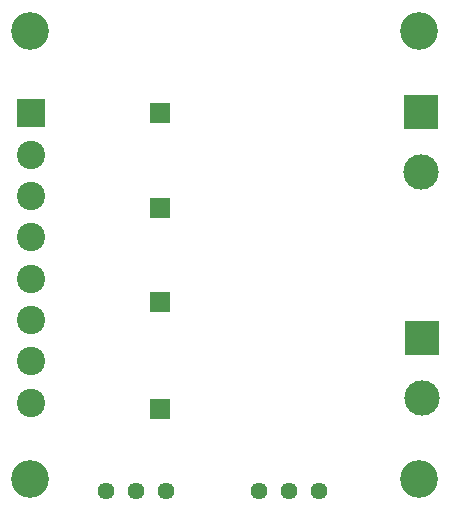
<source format=gbr>
%TF.GenerationSoftware,KiCad,Pcbnew,7.0.7*%
%TF.CreationDate,2024-02-09T14:01:24-05:00*%
%TF.ProjectId,DRV8873H_single_breakout,44525638-3837-4334-985f-73696e676c65,rev?*%
%TF.SameCoordinates,Original*%
%TF.FileFunction,Soldermask,Bot*%
%TF.FilePolarity,Negative*%
%FSLAX46Y46*%
G04 Gerber Fmt 4.6, Leading zero omitted, Abs format (unit mm)*
G04 Created by KiCad (PCBNEW 7.0.7) date 2024-02-09 14:01:24*
%MOMM*%
%LPD*%
G01*
G04 APERTURE LIST*
%ADD10C,3.200000*%
%ADD11C,1.440000*%
%ADD12R,1.700000X1.700000*%
%ADD13R,2.400000X2.400000*%
%ADD14C,2.400000*%
%ADD15R,3.000000X3.000000*%
%ADD16C,3.000000*%
G04 APERTURE END LIST*
D10*
%TO.C,H4*%
X157000000Y-127000000D03*
%TD*%
%TO.C,H3*%
X124000000Y-127000000D03*
%TD*%
%TO.C,H2*%
X157000000Y-89000000D03*
%TD*%
%TO.C,H1*%
X124000000Y-89000000D03*
%TD*%
D11*
%TO.C,RV2*%
X130460000Y-128000000D03*
X133000000Y-128000000D03*
X135540000Y-128000000D03*
%TD*%
%TO.C,RV1*%
X143460000Y-128000000D03*
X146000000Y-128000000D03*
X148540000Y-128000000D03*
%TD*%
D12*
%TO.C,J4*%
X135000000Y-104000000D03*
%TD*%
D13*
%TO.C,J6*%
X124150000Y-96000000D03*
D14*
X124150000Y-99500000D03*
X124150000Y-103000000D03*
X124150000Y-106500000D03*
X124150000Y-110000000D03*
X124150000Y-113500000D03*
X124150000Y-117000000D03*
X124150000Y-120500000D03*
%TD*%
D12*
%TO.C,J1*%
X135000000Y-112000000D03*
%TD*%
%TO.C,J3*%
X135000000Y-96000000D03*
%TD*%
%TO.C,J2*%
X135000000Y-121000000D03*
%TD*%
D15*
%TO.C,J7*%
X157200000Y-115020000D03*
D16*
X157200000Y-120100000D03*
%TD*%
D15*
%TO.C,J8*%
X157100000Y-95900000D03*
D16*
X157100000Y-100980000D03*
%TD*%
M02*

</source>
